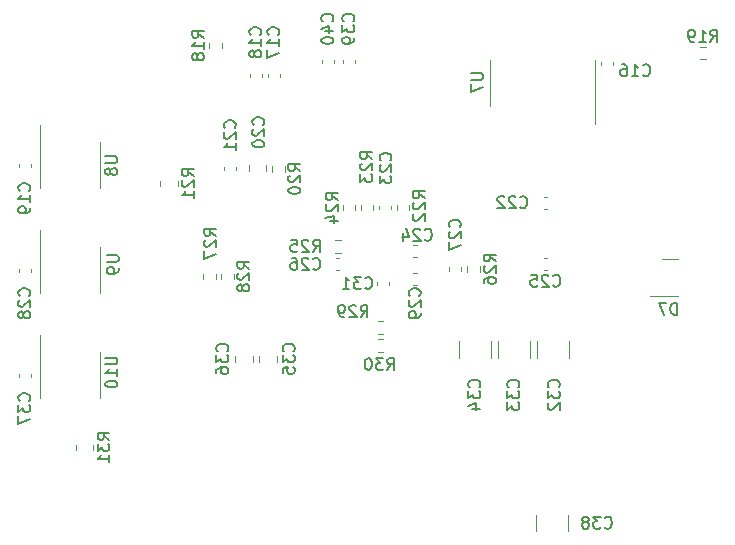
<source format=gbr>
%TF.GenerationSoftware,KiCad,Pcbnew,6.0.9-8da3e8f707~117~ubuntu20.04.1*%
%TF.CreationDate,2022-12-10T16:21:19-08:00*%
%TF.ProjectId,PI-Power-Board,50492d50-6f77-4657-922d-426f6172642e,rev?*%
%TF.SameCoordinates,Original*%
%TF.FileFunction,Legend,Bot*%
%TF.FilePolarity,Positive*%
%FSLAX46Y46*%
G04 Gerber Fmt 4.6, Leading zero omitted, Abs format (unit mm)*
G04 Created by KiCad (PCBNEW 6.0.9-8da3e8f707~117~ubuntu20.04.1) date 2022-12-10 16:21:19*
%MOMM*%
%LPD*%
G01*
G04 APERTURE LIST*
%ADD10C,0.150000*%
%ADD11C,0.120000*%
G04 APERTURE END LIST*
D10*
%TO.C,U9*%
X69175380Y-98425095D02*
X69984904Y-98425095D01*
X70080142Y-98472714D01*
X70127761Y-98520333D01*
X70175380Y-98615571D01*
X70175380Y-98806047D01*
X70127761Y-98901285D01*
X70080142Y-98948904D01*
X69984904Y-98996523D01*
X69175380Y-98996523D01*
X70175380Y-99520333D02*
X70175380Y-99710809D01*
X70127761Y-99806047D01*
X70080142Y-99853666D01*
X69937285Y-99948904D01*
X69746809Y-99996523D01*
X69365857Y-99996523D01*
X69270619Y-99948904D01*
X69223000Y-99901285D01*
X69175380Y-99806047D01*
X69175380Y-99615571D01*
X69223000Y-99520333D01*
X69270619Y-99472714D01*
X69365857Y-99425095D01*
X69603952Y-99425095D01*
X69699190Y-99472714D01*
X69746809Y-99520333D01*
X69794428Y-99615571D01*
X69794428Y-99806047D01*
X69746809Y-99901285D01*
X69699190Y-99948904D01*
X69603952Y-99996523D01*
%TO.C,C32*%
X107418142Y-109593142D02*
X107465761Y-109545523D01*
X107513380Y-109402666D01*
X107513380Y-109307428D01*
X107465761Y-109164571D01*
X107370523Y-109069333D01*
X107275285Y-109021714D01*
X107084809Y-108974095D01*
X106941952Y-108974095D01*
X106751476Y-109021714D01*
X106656238Y-109069333D01*
X106561000Y-109164571D01*
X106513380Y-109307428D01*
X106513380Y-109402666D01*
X106561000Y-109545523D01*
X106608619Y-109593142D01*
X106513380Y-109926476D02*
X106513380Y-110545523D01*
X106894333Y-110212190D01*
X106894333Y-110355047D01*
X106941952Y-110450285D01*
X106989571Y-110497904D01*
X107084809Y-110545523D01*
X107322904Y-110545523D01*
X107418142Y-110497904D01*
X107465761Y-110450285D01*
X107513380Y-110355047D01*
X107513380Y-110069333D01*
X107465761Y-109974095D01*
X107418142Y-109926476D01*
X106608619Y-110926476D02*
X106561000Y-110974095D01*
X106513380Y-111069333D01*
X106513380Y-111307428D01*
X106561000Y-111402666D01*
X106608619Y-111450285D01*
X106703857Y-111497904D01*
X106799095Y-111497904D01*
X106941952Y-111450285D01*
X107513380Y-110878857D01*
X107513380Y-111497904D01*
%TO.C,C23*%
X93168742Y-90390742D02*
X93216361Y-90343123D01*
X93263980Y-90200266D01*
X93263980Y-90105028D01*
X93216361Y-89962171D01*
X93121123Y-89866933D01*
X93025885Y-89819314D01*
X92835409Y-89771695D01*
X92692552Y-89771695D01*
X92502076Y-89819314D01*
X92406838Y-89866933D01*
X92311600Y-89962171D01*
X92263980Y-90105028D01*
X92263980Y-90200266D01*
X92311600Y-90343123D01*
X92359219Y-90390742D01*
X92359219Y-90771695D02*
X92311600Y-90819314D01*
X92263980Y-90914552D01*
X92263980Y-91152647D01*
X92311600Y-91247885D01*
X92359219Y-91295504D01*
X92454457Y-91343123D01*
X92549695Y-91343123D01*
X92692552Y-91295504D01*
X93263980Y-90724076D01*
X93263980Y-91343123D01*
X92263980Y-91676457D02*
X92263980Y-92295504D01*
X92644933Y-91962171D01*
X92644933Y-92105028D01*
X92692552Y-92200266D01*
X92740171Y-92247885D01*
X92835409Y-92295504D01*
X93073504Y-92295504D01*
X93168742Y-92247885D01*
X93216361Y-92200266D01*
X93263980Y-92105028D01*
X93263980Y-91819314D01*
X93216361Y-91724076D01*
X93168742Y-91676457D01*
%TO.C,C38*%
X111310657Y-121464342D02*
X111358276Y-121511961D01*
X111501133Y-121559580D01*
X111596371Y-121559580D01*
X111739228Y-121511961D01*
X111834466Y-121416723D01*
X111882085Y-121321485D01*
X111929704Y-121131009D01*
X111929704Y-120988152D01*
X111882085Y-120797676D01*
X111834466Y-120702438D01*
X111739228Y-120607200D01*
X111596371Y-120559580D01*
X111501133Y-120559580D01*
X111358276Y-120607200D01*
X111310657Y-120654819D01*
X110977323Y-120559580D02*
X110358276Y-120559580D01*
X110691609Y-120940533D01*
X110548752Y-120940533D01*
X110453514Y-120988152D01*
X110405895Y-121035771D01*
X110358276Y-121131009D01*
X110358276Y-121369104D01*
X110405895Y-121464342D01*
X110453514Y-121511961D01*
X110548752Y-121559580D01*
X110834466Y-121559580D01*
X110929704Y-121511961D01*
X110977323Y-121464342D01*
X109786847Y-120988152D02*
X109882085Y-120940533D01*
X109929704Y-120892914D01*
X109977323Y-120797676D01*
X109977323Y-120750057D01*
X109929704Y-120654819D01*
X109882085Y-120607200D01*
X109786847Y-120559580D01*
X109596371Y-120559580D01*
X109501133Y-120607200D01*
X109453514Y-120654819D01*
X109405895Y-120750057D01*
X109405895Y-120797676D01*
X109453514Y-120892914D01*
X109501133Y-120940533D01*
X109596371Y-120988152D01*
X109786847Y-120988152D01*
X109882085Y-121035771D01*
X109929704Y-121083390D01*
X109977323Y-121178628D01*
X109977323Y-121369104D01*
X109929704Y-121464342D01*
X109882085Y-121511961D01*
X109786847Y-121559580D01*
X109596371Y-121559580D01*
X109501133Y-121511961D01*
X109453514Y-121464342D01*
X109405895Y-121369104D01*
X109405895Y-121178628D01*
X109453514Y-121083390D01*
X109501133Y-121035771D01*
X109596371Y-120988152D01*
%TO.C,D7*%
X117451095Y-103449380D02*
X117451095Y-102449380D01*
X117213000Y-102449380D01*
X117070142Y-102497000D01*
X116974904Y-102592238D01*
X116927285Y-102687476D01*
X116879666Y-102877952D01*
X116879666Y-103020809D01*
X116927285Y-103211285D01*
X116974904Y-103306523D01*
X117070142Y-103401761D01*
X117213000Y-103449380D01*
X117451095Y-103449380D01*
X116546333Y-102449380D02*
X115879666Y-102449380D01*
X116308238Y-103449380D01*
%TO.C,C31*%
X91041457Y-101169742D02*
X91089076Y-101217361D01*
X91231933Y-101264980D01*
X91327171Y-101264980D01*
X91470028Y-101217361D01*
X91565266Y-101122123D01*
X91612885Y-101026885D01*
X91660504Y-100836409D01*
X91660504Y-100693552D01*
X91612885Y-100503076D01*
X91565266Y-100407838D01*
X91470028Y-100312600D01*
X91327171Y-100264980D01*
X91231933Y-100264980D01*
X91089076Y-100312600D01*
X91041457Y-100360219D01*
X90708123Y-100264980D02*
X90089076Y-100264980D01*
X90422409Y-100645933D01*
X90279552Y-100645933D01*
X90184314Y-100693552D01*
X90136695Y-100741171D01*
X90089076Y-100836409D01*
X90089076Y-101074504D01*
X90136695Y-101169742D01*
X90184314Y-101217361D01*
X90279552Y-101264980D01*
X90565266Y-101264980D01*
X90660504Y-101217361D01*
X90708123Y-101169742D01*
X89136695Y-101264980D02*
X89708123Y-101264980D01*
X89422409Y-101264980D02*
X89422409Y-100264980D01*
X89517647Y-100407838D01*
X89612885Y-100503076D01*
X89708123Y-100550695D01*
%TO.C,C33*%
X103989142Y-109593142D02*
X104036761Y-109545523D01*
X104084380Y-109402666D01*
X104084380Y-109307428D01*
X104036761Y-109164571D01*
X103941523Y-109069333D01*
X103846285Y-109021714D01*
X103655809Y-108974095D01*
X103512952Y-108974095D01*
X103322476Y-109021714D01*
X103227238Y-109069333D01*
X103132000Y-109164571D01*
X103084380Y-109307428D01*
X103084380Y-109402666D01*
X103132000Y-109545523D01*
X103179619Y-109593142D01*
X103084380Y-109926476D02*
X103084380Y-110545523D01*
X103465333Y-110212190D01*
X103465333Y-110355047D01*
X103512952Y-110450285D01*
X103560571Y-110497904D01*
X103655809Y-110545523D01*
X103893904Y-110545523D01*
X103989142Y-110497904D01*
X104036761Y-110450285D01*
X104084380Y-110355047D01*
X104084380Y-110069333D01*
X104036761Y-109974095D01*
X103989142Y-109926476D01*
X103084380Y-110878857D02*
X103084380Y-111497904D01*
X103465333Y-111164571D01*
X103465333Y-111307428D01*
X103512952Y-111402666D01*
X103560571Y-111450285D01*
X103655809Y-111497904D01*
X103893904Y-111497904D01*
X103989142Y-111450285D01*
X104036761Y-111402666D01*
X104084380Y-111307428D01*
X104084380Y-111021714D01*
X104036761Y-110926476D01*
X103989142Y-110878857D01*
%TO.C,R18*%
X77381380Y-80002142D02*
X76905190Y-79668809D01*
X77381380Y-79430714D02*
X76381380Y-79430714D01*
X76381380Y-79811666D01*
X76429000Y-79906904D01*
X76476619Y-79954523D01*
X76571857Y-80002142D01*
X76714714Y-80002142D01*
X76809952Y-79954523D01*
X76857571Y-79906904D01*
X76905190Y-79811666D01*
X76905190Y-79430714D01*
X77381380Y-80954523D02*
X77381380Y-80383095D01*
X77381380Y-80668809D02*
X76381380Y-80668809D01*
X76524238Y-80573571D01*
X76619476Y-80478333D01*
X76667095Y-80383095D01*
X76809952Y-81525952D02*
X76762333Y-81430714D01*
X76714714Y-81383095D01*
X76619476Y-81335476D01*
X76571857Y-81335476D01*
X76476619Y-81383095D01*
X76429000Y-81430714D01*
X76381380Y-81525952D01*
X76381380Y-81716428D01*
X76429000Y-81811666D01*
X76476619Y-81859285D01*
X76571857Y-81906904D01*
X76619476Y-81906904D01*
X76714714Y-81859285D01*
X76762333Y-81811666D01*
X76809952Y-81716428D01*
X76809952Y-81525952D01*
X76857571Y-81430714D01*
X76905190Y-81383095D01*
X77000428Y-81335476D01*
X77190904Y-81335476D01*
X77286142Y-81383095D01*
X77333761Y-81430714D01*
X77381380Y-81525952D01*
X77381380Y-81716428D01*
X77333761Y-81811666D01*
X77286142Y-81859285D01*
X77190904Y-81906904D01*
X77000428Y-81906904D01*
X76905190Y-81859285D01*
X76857571Y-81811666D01*
X76809952Y-81716428D01*
%TO.C,R22*%
X96083380Y-93591142D02*
X95607190Y-93257809D01*
X96083380Y-93019714D02*
X95083380Y-93019714D01*
X95083380Y-93400666D01*
X95131000Y-93495904D01*
X95178619Y-93543523D01*
X95273857Y-93591142D01*
X95416714Y-93591142D01*
X95511952Y-93543523D01*
X95559571Y-93495904D01*
X95607190Y-93400666D01*
X95607190Y-93019714D01*
X95178619Y-93972095D02*
X95131000Y-94019714D01*
X95083380Y-94114952D01*
X95083380Y-94353047D01*
X95131000Y-94448285D01*
X95178619Y-94495904D01*
X95273857Y-94543523D01*
X95369095Y-94543523D01*
X95511952Y-94495904D01*
X96083380Y-93924476D01*
X96083380Y-94543523D01*
X95178619Y-94924476D02*
X95131000Y-94972095D01*
X95083380Y-95067333D01*
X95083380Y-95305428D01*
X95131000Y-95400666D01*
X95178619Y-95448285D01*
X95273857Y-95495904D01*
X95369095Y-95495904D01*
X95511952Y-95448285D01*
X96083380Y-94876857D01*
X96083380Y-95495904D01*
%TO.C,C20*%
X82399142Y-87368142D02*
X82446761Y-87320523D01*
X82494380Y-87177666D01*
X82494380Y-87082428D01*
X82446761Y-86939571D01*
X82351523Y-86844333D01*
X82256285Y-86796714D01*
X82065809Y-86749095D01*
X81922952Y-86749095D01*
X81732476Y-86796714D01*
X81637238Y-86844333D01*
X81542000Y-86939571D01*
X81494380Y-87082428D01*
X81494380Y-87177666D01*
X81542000Y-87320523D01*
X81589619Y-87368142D01*
X81589619Y-87749095D02*
X81542000Y-87796714D01*
X81494380Y-87891952D01*
X81494380Y-88130047D01*
X81542000Y-88225285D01*
X81589619Y-88272904D01*
X81684857Y-88320523D01*
X81780095Y-88320523D01*
X81922952Y-88272904D01*
X82494380Y-87701476D01*
X82494380Y-88320523D01*
X81494380Y-88939571D02*
X81494380Y-89034809D01*
X81542000Y-89130047D01*
X81589619Y-89177666D01*
X81684857Y-89225285D01*
X81875333Y-89272904D01*
X82113428Y-89272904D01*
X82303904Y-89225285D01*
X82399142Y-89177666D01*
X82446761Y-89130047D01*
X82494380Y-89034809D01*
X82494380Y-88939571D01*
X82446761Y-88844333D01*
X82399142Y-88796714D01*
X82303904Y-88749095D01*
X82113428Y-88701476D01*
X81875333Y-88701476D01*
X81684857Y-88749095D01*
X81589619Y-88796714D01*
X81542000Y-88844333D01*
X81494380Y-88939571D01*
%TO.C,C17*%
X83669142Y-79748142D02*
X83716761Y-79700523D01*
X83764380Y-79557666D01*
X83764380Y-79462428D01*
X83716761Y-79319571D01*
X83621523Y-79224333D01*
X83526285Y-79176714D01*
X83335809Y-79129095D01*
X83192952Y-79129095D01*
X83002476Y-79176714D01*
X82907238Y-79224333D01*
X82812000Y-79319571D01*
X82764380Y-79462428D01*
X82764380Y-79557666D01*
X82812000Y-79700523D01*
X82859619Y-79748142D01*
X83764380Y-80700523D02*
X83764380Y-80129095D01*
X83764380Y-80414809D02*
X82764380Y-80414809D01*
X82907238Y-80319571D01*
X83002476Y-80224333D01*
X83050095Y-80129095D01*
X82764380Y-81033857D02*
X82764380Y-81700523D01*
X83764380Y-81271952D01*
%TO.C,C26*%
X86621857Y-99544142D02*
X86669476Y-99591761D01*
X86812333Y-99639380D01*
X86907571Y-99639380D01*
X87050428Y-99591761D01*
X87145666Y-99496523D01*
X87193285Y-99401285D01*
X87240904Y-99210809D01*
X87240904Y-99067952D01*
X87193285Y-98877476D01*
X87145666Y-98782238D01*
X87050428Y-98687000D01*
X86907571Y-98639380D01*
X86812333Y-98639380D01*
X86669476Y-98687000D01*
X86621857Y-98734619D01*
X86240904Y-98734619D02*
X86193285Y-98687000D01*
X86098047Y-98639380D01*
X85859952Y-98639380D01*
X85764714Y-98687000D01*
X85717095Y-98734619D01*
X85669476Y-98829857D01*
X85669476Y-98925095D01*
X85717095Y-99067952D01*
X86288523Y-99639380D01*
X85669476Y-99639380D01*
X84812333Y-98639380D02*
X85002809Y-98639380D01*
X85098047Y-98687000D01*
X85145666Y-98734619D01*
X85240904Y-98877476D01*
X85288523Y-99067952D01*
X85288523Y-99448904D01*
X85240904Y-99544142D01*
X85193285Y-99591761D01*
X85098047Y-99639380D01*
X84907571Y-99639380D01*
X84812333Y-99591761D01*
X84764714Y-99544142D01*
X84717095Y-99448904D01*
X84717095Y-99210809D01*
X84764714Y-99115571D01*
X84812333Y-99067952D01*
X84907571Y-99020333D01*
X85098047Y-99020333D01*
X85193285Y-99067952D01*
X85240904Y-99115571D01*
X85288523Y-99210809D01*
%TO.C,C40*%
X88241142Y-78605142D02*
X88288761Y-78557523D01*
X88336380Y-78414666D01*
X88336380Y-78319428D01*
X88288761Y-78176571D01*
X88193523Y-78081333D01*
X88098285Y-78033714D01*
X87907809Y-77986095D01*
X87764952Y-77986095D01*
X87574476Y-78033714D01*
X87479238Y-78081333D01*
X87384000Y-78176571D01*
X87336380Y-78319428D01*
X87336380Y-78414666D01*
X87384000Y-78557523D01*
X87431619Y-78605142D01*
X87669714Y-79462285D02*
X88336380Y-79462285D01*
X87288761Y-79224190D02*
X88003047Y-78986095D01*
X88003047Y-79605142D01*
X87336380Y-80176571D02*
X87336380Y-80271809D01*
X87384000Y-80367047D01*
X87431619Y-80414666D01*
X87526857Y-80462285D01*
X87717333Y-80509904D01*
X87955428Y-80509904D01*
X88145904Y-80462285D01*
X88241142Y-80414666D01*
X88288761Y-80367047D01*
X88336380Y-80271809D01*
X88336380Y-80176571D01*
X88288761Y-80081333D01*
X88241142Y-80033714D01*
X88145904Y-79986095D01*
X87955428Y-79938476D01*
X87717333Y-79938476D01*
X87526857Y-79986095D01*
X87431619Y-80033714D01*
X87384000Y-80081333D01*
X87336380Y-80176571D01*
%TO.C,U8*%
X69048380Y-90043095D02*
X69857904Y-90043095D01*
X69953142Y-90090714D01*
X70000761Y-90138333D01*
X70048380Y-90233571D01*
X70048380Y-90424047D01*
X70000761Y-90519285D01*
X69953142Y-90566904D01*
X69857904Y-90614523D01*
X69048380Y-90614523D01*
X69476952Y-91233571D02*
X69429333Y-91138333D01*
X69381714Y-91090714D01*
X69286476Y-91043095D01*
X69238857Y-91043095D01*
X69143619Y-91090714D01*
X69096000Y-91138333D01*
X69048380Y-91233571D01*
X69048380Y-91424047D01*
X69096000Y-91519285D01*
X69143619Y-91566904D01*
X69238857Y-91614523D01*
X69286476Y-91614523D01*
X69381714Y-91566904D01*
X69429333Y-91519285D01*
X69476952Y-91424047D01*
X69476952Y-91233571D01*
X69524571Y-91138333D01*
X69572190Y-91090714D01*
X69667428Y-91043095D01*
X69857904Y-91043095D01*
X69953142Y-91090714D01*
X70000761Y-91138333D01*
X70048380Y-91233571D01*
X70048380Y-91424047D01*
X70000761Y-91519285D01*
X69953142Y-91566904D01*
X69857904Y-91614523D01*
X69667428Y-91614523D01*
X69572190Y-91566904D01*
X69524571Y-91519285D01*
X69476952Y-91424047D01*
%TO.C,C39*%
X90019142Y-78605142D02*
X90066761Y-78557523D01*
X90114380Y-78414666D01*
X90114380Y-78319428D01*
X90066761Y-78176571D01*
X89971523Y-78081333D01*
X89876285Y-78033714D01*
X89685809Y-77986095D01*
X89542952Y-77986095D01*
X89352476Y-78033714D01*
X89257238Y-78081333D01*
X89162000Y-78176571D01*
X89114380Y-78319428D01*
X89114380Y-78414666D01*
X89162000Y-78557523D01*
X89209619Y-78605142D01*
X89114380Y-78938476D02*
X89114380Y-79557523D01*
X89495333Y-79224190D01*
X89495333Y-79367047D01*
X89542952Y-79462285D01*
X89590571Y-79509904D01*
X89685809Y-79557523D01*
X89923904Y-79557523D01*
X90019142Y-79509904D01*
X90066761Y-79462285D01*
X90114380Y-79367047D01*
X90114380Y-79081333D01*
X90066761Y-78986095D01*
X90019142Y-78938476D01*
X90114380Y-80033714D02*
X90114380Y-80224190D01*
X90066761Y-80319428D01*
X90019142Y-80367047D01*
X89876285Y-80462285D01*
X89685809Y-80509904D01*
X89304857Y-80509904D01*
X89209619Y-80462285D01*
X89162000Y-80414666D01*
X89114380Y-80319428D01*
X89114380Y-80128952D01*
X89162000Y-80033714D01*
X89209619Y-79986095D01*
X89304857Y-79938476D01*
X89542952Y-79938476D01*
X89638190Y-79986095D01*
X89685809Y-80033714D01*
X89733428Y-80128952D01*
X89733428Y-80319428D01*
X89685809Y-80414666D01*
X89638190Y-80462285D01*
X89542952Y-80509904D01*
%TO.C,C35*%
X84964542Y-106545142D02*
X85012161Y-106497523D01*
X85059780Y-106354666D01*
X85059780Y-106259428D01*
X85012161Y-106116571D01*
X84916923Y-106021333D01*
X84821685Y-105973714D01*
X84631209Y-105926095D01*
X84488352Y-105926095D01*
X84297876Y-105973714D01*
X84202638Y-106021333D01*
X84107400Y-106116571D01*
X84059780Y-106259428D01*
X84059780Y-106354666D01*
X84107400Y-106497523D01*
X84155019Y-106545142D01*
X84059780Y-106878476D02*
X84059780Y-107497523D01*
X84440733Y-107164190D01*
X84440733Y-107307047D01*
X84488352Y-107402285D01*
X84535971Y-107449904D01*
X84631209Y-107497523D01*
X84869304Y-107497523D01*
X84964542Y-107449904D01*
X85012161Y-107402285D01*
X85059780Y-107307047D01*
X85059780Y-107021333D01*
X85012161Y-106926095D01*
X84964542Y-106878476D01*
X84059780Y-108402285D02*
X84059780Y-107926095D01*
X84535971Y-107878476D01*
X84488352Y-107926095D01*
X84440733Y-108021333D01*
X84440733Y-108259428D01*
X84488352Y-108354666D01*
X84535971Y-108402285D01*
X84631209Y-108449904D01*
X84869304Y-108449904D01*
X84964542Y-108402285D01*
X85012161Y-108354666D01*
X85059780Y-108259428D01*
X85059780Y-108021333D01*
X85012161Y-107926095D01*
X84964542Y-107878476D01*
%TO.C,C24*%
X96070657Y-97080342D02*
X96118276Y-97127961D01*
X96261133Y-97175580D01*
X96356371Y-97175580D01*
X96499228Y-97127961D01*
X96594466Y-97032723D01*
X96642085Y-96937485D01*
X96689704Y-96747009D01*
X96689704Y-96604152D01*
X96642085Y-96413676D01*
X96594466Y-96318438D01*
X96499228Y-96223200D01*
X96356371Y-96175580D01*
X96261133Y-96175580D01*
X96118276Y-96223200D01*
X96070657Y-96270819D01*
X95689704Y-96270819D02*
X95642085Y-96223200D01*
X95546847Y-96175580D01*
X95308752Y-96175580D01*
X95213514Y-96223200D01*
X95165895Y-96270819D01*
X95118276Y-96366057D01*
X95118276Y-96461295D01*
X95165895Y-96604152D01*
X95737323Y-97175580D01*
X95118276Y-97175580D01*
X94261133Y-96508914D02*
X94261133Y-97175580D01*
X94499228Y-96127961D02*
X94737323Y-96842247D01*
X94118276Y-96842247D01*
%TO.C,C22*%
X104147857Y-94337142D02*
X104195476Y-94384761D01*
X104338333Y-94432380D01*
X104433571Y-94432380D01*
X104576428Y-94384761D01*
X104671666Y-94289523D01*
X104719285Y-94194285D01*
X104766904Y-94003809D01*
X104766904Y-93860952D01*
X104719285Y-93670476D01*
X104671666Y-93575238D01*
X104576428Y-93480000D01*
X104433571Y-93432380D01*
X104338333Y-93432380D01*
X104195476Y-93480000D01*
X104147857Y-93527619D01*
X103766904Y-93527619D02*
X103719285Y-93480000D01*
X103624047Y-93432380D01*
X103385952Y-93432380D01*
X103290714Y-93480000D01*
X103243095Y-93527619D01*
X103195476Y-93622857D01*
X103195476Y-93718095D01*
X103243095Y-93860952D01*
X103814523Y-94432380D01*
X103195476Y-94432380D01*
X102814523Y-93527619D02*
X102766904Y-93480000D01*
X102671666Y-93432380D01*
X102433571Y-93432380D01*
X102338333Y-93480000D01*
X102290714Y-93527619D01*
X102243095Y-93622857D01*
X102243095Y-93718095D01*
X102290714Y-93860952D01*
X102862142Y-94432380D01*
X102243095Y-94432380D01*
%TO.C,R19*%
X120276857Y-80335380D02*
X120610190Y-79859190D01*
X120848285Y-80335380D02*
X120848285Y-79335380D01*
X120467333Y-79335380D01*
X120372095Y-79383000D01*
X120324476Y-79430619D01*
X120276857Y-79525857D01*
X120276857Y-79668714D01*
X120324476Y-79763952D01*
X120372095Y-79811571D01*
X120467333Y-79859190D01*
X120848285Y-79859190D01*
X119324476Y-80335380D02*
X119895904Y-80335380D01*
X119610190Y-80335380D02*
X119610190Y-79335380D01*
X119705428Y-79478238D01*
X119800666Y-79573476D01*
X119895904Y-79621095D01*
X118848285Y-80335380D02*
X118657809Y-80335380D01*
X118562571Y-80287761D01*
X118514952Y-80240142D01*
X118419714Y-80097285D01*
X118372095Y-79906809D01*
X118372095Y-79525857D01*
X118419714Y-79430619D01*
X118467333Y-79383000D01*
X118562571Y-79335380D01*
X118753047Y-79335380D01*
X118848285Y-79383000D01*
X118895904Y-79430619D01*
X118943523Y-79525857D01*
X118943523Y-79763952D01*
X118895904Y-79859190D01*
X118848285Y-79906809D01*
X118753047Y-79954428D01*
X118562571Y-79954428D01*
X118467333Y-79906809D01*
X118419714Y-79859190D01*
X118372095Y-79763952D01*
%TO.C,C27*%
X99036142Y-96029542D02*
X99083761Y-95981923D01*
X99131380Y-95839066D01*
X99131380Y-95743828D01*
X99083761Y-95600971D01*
X98988523Y-95505733D01*
X98893285Y-95458114D01*
X98702809Y-95410495D01*
X98559952Y-95410495D01*
X98369476Y-95458114D01*
X98274238Y-95505733D01*
X98179000Y-95600971D01*
X98131380Y-95743828D01*
X98131380Y-95839066D01*
X98179000Y-95981923D01*
X98226619Y-96029542D01*
X98226619Y-96410495D02*
X98179000Y-96458114D01*
X98131380Y-96553352D01*
X98131380Y-96791447D01*
X98179000Y-96886685D01*
X98226619Y-96934304D01*
X98321857Y-96981923D01*
X98417095Y-96981923D01*
X98559952Y-96934304D01*
X99131380Y-96362876D01*
X99131380Y-96981923D01*
X98131380Y-97315257D02*
X98131380Y-97981923D01*
X99131380Y-97553352D01*
%TO.C,C29*%
X95632542Y-101846142D02*
X95680161Y-101798523D01*
X95727780Y-101655666D01*
X95727780Y-101560428D01*
X95680161Y-101417571D01*
X95584923Y-101322333D01*
X95489685Y-101274714D01*
X95299209Y-101227095D01*
X95156352Y-101227095D01*
X94965876Y-101274714D01*
X94870638Y-101322333D01*
X94775400Y-101417571D01*
X94727780Y-101560428D01*
X94727780Y-101655666D01*
X94775400Y-101798523D01*
X94823019Y-101846142D01*
X94823019Y-102227095D02*
X94775400Y-102274714D01*
X94727780Y-102369952D01*
X94727780Y-102608047D01*
X94775400Y-102703285D01*
X94823019Y-102750904D01*
X94918257Y-102798523D01*
X95013495Y-102798523D01*
X95156352Y-102750904D01*
X95727780Y-102179476D01*
X95727780Y-102798523D01*
X95727780Y-103274714D02*
X95727780Y-103465190D01*
X95680161Y-103560428D01*
X95632542Y-103608047D01*
X95489685Y-103703285D01*
X95299209Y-103750904D01*
X94918257Y-103750904D01*
X94823019Y-103703285D01*
X94775400Y-103655666D01*
X94727780Y-103560428D01*
X94727780Y-103369952D01*
X94775400Y-103274714D01*
X94823019Y-103227095D01*
X94918257Y-103179476D01*
X95156352Y-103179476D01*
X95251590Y-103227095D01*
X95299209Y-103274714D01*
X95346828Y-103369952D01*
X95346828Y-103560428D01*
X95299209Y-103655666D01*
X95251590Y-103703285D01*
X95156352Y-103750904D01*
%TO.C,R24*%
X88717380Y-93731142D02*
X88241190Y-93397809D01*
X88717380Y-93159714D02*
X87717380Y-93159714D01*
X87717380Y-93540666D01*
X87765000Y-93635904D01*
X87812619Y-93683523D01*
X87907857Y-93731142D01*
X88050714Y-93731142D01*
X88145952Y-93683523D01*
X88193571Y-93635904D01*
X88241190Y-93540666D01*
X88241190Y-93159714D01*
X87812619Y-94112095D02*
X87765000Y-94159714D01*
X87717380Y-94254952D01*
X87717380Y-94493047D01*
X87765000Y-94588285D01*
X87812619Y-94635904D01*
X87907857Y-94683523D01*
X88003095Y-94683523D01*
X88145952Y-94635904D01*
X88717380Y-94064476D01*
X88717380Y-94683523D01*
X88050714Y-95540666D02*
X88717380Y-95540666D01*
X87669761Y-95302571D02*
X88384047Y-95064476D01*
X88384047Y-95683523D01*
%TO.C,C28*%
X62587142Y-101846142D02*
X62634761Y-101798523D01*
X62682380Y-101655666D01*
X62682380Y-101560428D01*
X62634761Y-101417571D01*
X62539523Y-101322333D01*
X62444285Y-101274714D01*
X62253809Y-101227095D01*
X62110952Y-101227095D01*
X61920476Y-101274714D01*
X61825238Y-101322333D01*
X61730000Y-101417571D01*
X61682380Y-101560428D01*
X61682380Y-101655666D01*
X61730000Y-101798523D01*
X61777619Y-101846142D01*
X61777619Y-102227095D02*
X61730000Y-102274714D01*
X61682380Y-102369952D01*
X61682380Y-102608047D01*
X61730000Y-102703285D01*
X61777619Y-102750904D01*
X61872857Y-102798523D01*
X61968095Y-102798523D01*
X62110952Y-102750904D01*
X62682380Y-102179476D01*
X62682380Y-102798523D01*
X62110952Y-103369952D02*
X62063333Y-103274714D01*
X62015714Y-103227095D01*
X61920476Y-103179476D01*
X61872857Y-103179476D01*
X61777619Y-103227095D01*
X61730000Y-103274714D01*
X61682380Y-103369952D01*
X61682380Y-103560428D01*
X61730000Y-103655666D01*
X61777619Y-103703285D01*
X61872857Y-103750904D01*
X61920476Y-103750904D01*
X62015714Y-103703285D01*
X62063333Y-103655666D01*
X62110952Y-103560428D01*
X62110952Y-103369952D01*
X62158571Y-103274714D01*
X62206190Y-103227095D01*
X62301428Y-103179476D01*
X62491904Y-103179476D01*
X62587142Y-103227095D01*
X62634761Y-103274714D01*
X62682380Y-103369952D01*
X62682380Y-103560428D01*
X62634761Y-103655666D01*
X62587142Y-103703285D01*
X62491904Y-103750904D01*
X62301428Y-103750904D01*
X62206190Y-103703285D01*
X62158571Y-103655666D01*
X62110952Y-103560428D01*
%TO.C,C16*%
X114561857Y-83161142D02*
X114609476Y-83208761D01*
X114752333Y-83256380D01*
X114847571Y-83256380D01*
X114990428Y-83208761D01*
X115085666Y-83113523D01*
X115133285Y-83018285D01*
X115180904Y-82827809D01*
X115180904Y-82684952D01*
X115133285Y-82494476D01*
X115085666Y-82399238D01*
X114990428Y-82304000D01*
X114847571Y-82256380D01*
X114752333Y-82256380D01*
X114609476Y-82304000D01*
X114561857Y-82351619D01*
X113609476Y-83256380D02*
X114180904Y-83256380D01*
X113895190Y-83256380D02*
X113895190Y-82256380D01*
X113990428Y-82399238D01*
X114085666Y-82494476D01*
X114180904Y-82542095D01*
X112752333Y-82256380D02*
X112942809Y-82256380D01*
X113038047Y-82304000D01*
X113085666Y-82351619D01*
X113180904Y-82494476D01*
X113228523Y-82684952D01*
X113228523Y-83065904D01*
X113180904Y-83161142D01*
X113133285Y-83208761D01*
X113038047Y-83256380D01*
X112847571Y-83256380D01*
X112752333Y-83208761D01*
X112704714Y-83161142D01*
X112657095Y-83065904D01*
X112657095Y-82827809D01*
X112704714Y-82732571D01*
X112752333Y-82684952D01*
X112847571Y-82637333D01*
X113038047Y-82637333D01*
X113133285Y-82684952D01*
X113180904Y-82732571D01*
X113228523Y-82827809D01*
%TO.C,C37*%
X62587142Y-110736142D02*
X62634761Y-110688523D01*
X62682380Y-110545666D01*
X62682380Y-110450428D01*
X62634761Y-110307571D01*
X62539523Y-110212333D01*
X62444285Y-110164714D01*
X62253809Y-110117095D01*
X62110952Y-110117095D01*
X61920476Y-110164714D01*
X61825238Y-110212333D01*
X61730000Y-110307571D01*
X61682380Y-110450428D01*
X61682380Y-110545666D01*
X61730000Y-110688523D01*
X61777619Y-110736142D01*
X61682380Y-111069476D02*
X61682380Y-111688523D01*
X62063333Y-111355190D01*
X62063333Y-111498047D01*
X62110952Y-111593285D01*
X62158571Y-111640904D01*
X62253809Y-111688523D01*
X62491904Y-111688523D01*
X62587142Y-111640904D01*
X62634761Y-111593285D01*
X62682380Y-111498047D01*
X62682380Y-111212333D01*
X62634761Y-111117095D01*
X62587142Y-111069476D01*
X61682380Y-112021857D02*
X61682380Y-112688523D01*
X62682380Y-112259952D01*
%TO.C,R28*%
X81224380Y-99560142D02*
X80748190Y-99226809D01*
X81224380Y-98988714D02*
X80224380Y-98988714D01*
X80224380Y-99369666D01*
X80272000Y-99464904D01*
X80319619Y-99512523D01*
X80414857Y-99560142D01*
X80557714Y-99560142D01*
X80652952Y-99512523D01*
X80700571Y-99464904D01*
X80748190Y-99369666D01*
X80748190Y-98988714D01*
X80319619Y-99941095D02*
X80272000Y-99988714D01*
X80224380Y-100083952D01*
X80224380Y-100322047D01*
X80272000Y-100417285D01*
X80319619Y-100464904D01*
X80414857Y-100512523D01*
X80510095Y-100512523D01*
X80652952Y-100464904D01*
X81224380Y-99893476D01*
X81224380Y-100512523D01*
X80652952Y-101083952D02*
X80605333Y-100988714D01*
X80557714Y-100941095D01*
X80462476Y-100893476D01*
X80414857Y-100893476D01*
X80319619Y-100941095D01*
X80272000Y-100988714D01*
X80224380Y-101083952D01*
X80224380Y-101274428D01*
X80272000Y-101369666D01*
X80319619Y-101417285D01*
X80414857Y-101464904D01*
X80462476Y-101464904D01*
X80557714Y-101417285D01*
X80605333Y-101369666D01*
X80652952Y-101274428D01*
X80652952Y-101083952D01*
X80700571Y-100988714D01*
X80748190Y-100941095D01*
X80843428Y-100893476D01*
X81033904Y-100893476D01*
X81129142Y-100941095D01*
X81176761Y-100988714D01*
X81224380Y-101083952D01*
X81224380Y-101274428D01*
X81176761Y-101369666D01*
X81129142Y-101417285D01*
X81033904Y-101464904D01*
X80843428Y-101464904D01*
X80748190Y-101417285D01*
X80700571Y-101369666D01*
X80652952Y-101274428D01*
%TO.C,C21*%
X79986142Y-87622142D02*
X80033761Y-87574523D01*
X80081380Y-87431666D01*
X80081380Y-87336428D01*
X80033761Y-87193571D01*
X79938523Y-87098333D01*
X79843285Y-87050714D01*
X79652809Y-87003095D01*
X79509952Y-87003095D01*
X79319476Y-87050714D01*
X79224238Y-87098333D01*
X79129000Y-87193571D01*
X79081380Y-87336428D01*
X79081380Y-87431666D01*
X79129000Y-87574523D01*
X79176619Y-87622142D01*
X79176619Y-88003095D02*
X79129000Y-88050714D01*
X79081380Y-88145952D01*
X79081380Y-88384047D01*
X79129000Y-88479285D01*
X79176619Y-88526904D01*
X79271857Y-88574523D01*
X79367095Y-88574523D01*
X79509952Y-88526904D01*
X80081380Y-87955476D01*
X80081380Y-88574523D01*
X80081380Y-89526904D02*
X80081380Y-88955476D01*
X80081380Y-89241190D02*
X79081380Y-89241190D01*
X79224238Y-89145952D01*
X79319476Y-89050714D01*
X79367095Y-88955476D01*
%TO.C,C36*%
X79351142Y-106545142D02*
X79398761Y-106497523D01*
X79446380Y-106354666D01*
X79446380Y-106259428D01*
X79398761Y-106116571D01*
X79303523Y-106021333D01*
X79208285Y-105973714D01*
X79017809Y-105926095D01*
X78874952Y-105926095D01*
X78684476Y-105973714D01*
X78589238Y-106021333D01*
X78494000Y-106116571D01*
X78446380Y-106259428D01*
X78446380Y-106354666D01*
X78494000Y-106497523D01*
X78541619Y-106545142D01*
X78446380Y-106878476D02*
X78446380Y-107497523D01*
X78827333Y-107164190D01*
X78827333Y-107307047D01*
X78874952Y-107402285D01*
X78922571Y-107449904D01*
X79017809Y-107497523D01*
X79255904Y-107497523D01*
X79351142Y-107449904D01*
X79398761Y-107402285D01*
X79446380Y-107307047D01*
X79446380Y-107021333D01*
X79398761Y-106926095D01*
X79351142Y-106878476D01*
X78446380Y-108354666D02*
X78446380Y-108164190D01*
X78494000Y-108068952D01*
X78541619Y-108021333D01*
X78684476Y-107926095D01*
X78874952Y-107878476D01*
X79255904Y-107878476D01*
X79351142Y-107926095D01*
X79398761Y-107973714D01*
X79446380Y-108068952D01*
X79446380Y-108259428D01*
X79398761Y-108354666D01*
X79351142Y-108402285D01*
X79255904Y-108449904D01*
X79017809Y-108449904D01*
X78922571Y-108402285D01*
X78874952Y-108354666D01*
X78827333Y-108259428D01*
X78827333Y-108068952D01*
X78874952Y-107973714D01*
X78922571Y-107926095D01*
X79017809Y-107878476D01*
%TO.C,R25*%
X86621857Y-98115380D02*
X86955190Y-97639190D01*
X87193285Y-98115380D02*
X87193285Y-97115380D01*
X86812333Y-97115380D01*
X86717095Y-97163000D01*
X86669476Y-97210619D01*
X86621857Y-97305857D01*
X86621857Y-97448714D01*
X86669476Y-97543952D01*
X86717095Y-97591571D01*
X86812333Y-97639190D01*
X87193285Y-97639190D01*
X86240904Y-97210619D02*
X86193285Y-97163000D01*
X86098047Y-97115380D01*
X85859952Y-97115380D01*
X85764714Y-97163000D01*
X85717095Y-97210619D01*
X85669476Y-97305857D01*
X85669476Y-97401095D01*
X85717095Y-97543952D01*
X86288523Y-98115380D01*
X85669476Y-98115380D01*
X84764714Y-97115380D02*
X85240904Y-97115380D01*
X85288523Y-97591571D01*
X85240904Y-97543952D01*
X85145666Y-97496333D01*
X84907571Y-97496333D01*
X84812333Y-97543952D01*
X84764714Y-97591571D01*
X84717095Y-97686809D01*
X84717095Y-97924904D01*
X84764714Y-98020142D01*
X84812333Y-98067761D01*
X84907571Y-98115380D01*
X85145666Y-98115380D01*
X85240904Y-98067761D01*
X85288523Y-98020142D01*
%TO.C,R26*%
X102085380Y-98938142D02*
X101609190Y-98604809D01*
X102085380Y-98366714D02*
X101085380Y-98366714D01*
X101085380Y-98747666D01*
X101133000Y-98842904D01*
X101180619Y-98890523D01*
X101275857Y-98938142D01*
X101418714Y-98938142D01*
X101513952Y-98890523D01*
X101561571Y-98842904D01*
X101609190Y-98747666D01*
X101609190Y-98366714D01*
X101180619Y-99319095D02*
X101133000Y-99366714D01*
X101085380Y-99461952D01*
X101085380Y-99700047D01*
X101133000Y-99795285D01*
X101180619Y-99842904D01*
X101275857Y-99890523D01*
X101371095Y-99890523D01*
X101513952Y-99842904D01*
X102085380Y-99271476D01*
X102085380Y-99890523D01*
X101085380Y-100747666D02*
X101085380Y-100557190D01*
X101133000Y-100461952D01*
X101180619Y-100414333D01*
X101323476Y-100319095D01*
X101513952Y-100271476D01*
X101894904Y-100271476D01*
X101990142Y-100319095D01*
X102037761Y-100366714D01*
X102085380Y-100461952D01*
X102085380Y-100652428D01*
X102037761Y-100747666D01*
X101990142Y-100795285D01*
X101894904Y-100842904D01*
X101656809Y-100842904D01*
X101561571Y-100795285D01*
X101513952Y-100747666D01*
X101466333Y-100652428D01*
X101466333Y-100461952D01*
X101513952Y-100366714D01*
X101561571Y-100319095D01*
X101656809Y-100271476D01*
%TO.C,R27*%
X78397380Y-96766142D02*
X77921190Y-96432809D01*
X78397380Y-96194714D02*
X77397380Y-96194714D01*
X77397380Y-96575666D01*
X77445000Y-96670904D01*
X77492619Y-96718523D01*
X77587857Y-96766142D01*
X77730714Y-96766142D01*
X77825952Y-96718523D01*
X77873571Y-96670904D01*
X77921190Y-96575666D01*
X77921190Y-96194714D01*
X77492619Y-97147095D02*
X77445000Y-97194714D01*
X77397380Y-97289952D01*
X77397380Y-97528047D01*
X77445000Y-97623285D01*
X77492619Y-97670904D01*
X77587857Y-97718523D01*
X77683095Y-97718523D01*
X77825952Y-97670904D01*
X78397380Y-97099476D01*
X78397380Y-97718523D01*
X77397380Y-98051857D02*
X77397380Y-98718523D01*
X78397380Y-98289952D01*
%TO.C,C18*%
X82145142Y-79748142D02*
X82192761Y-79700523D01*
X82240380Y-79557666D01*
X82240380Y-79462428D01*
X82192761Y-79319571D01*
X82097523Y-79224333D01*
X82002285Y-79176714D01*
X81811809Y-79129095D01*
X81668952Y-79129095D01*
X81478476Y-79176714D01*
X81383238Y-79224333D01*
X81288000Y-79319571D01*
X81240380Y-79462428D01*
X81240380Y-79557666D01*
X81288000Y-79700523D01*
X81335619Y-79748142D01*
X82240380Y-80700523D02*
X82240380Y-80129095D01*
X82240380Y-80414809D02*
X81240380Y-80414809D01*
X81383238Y-80319571D01*
X81478476Y-80224333D01*
X81526095Y-80129095D01*
X81668952Y-81271952D02*
X81621333Y-81176714D01*
X81573714Y-81129095D01*
X81478476Y-81081476D01*
X81430857Y-81081476D01*
X81335619Y-81129095D01*
X81288000Y-81176714D01*
X81240380Y-81271952D01*
X81240380Y-81462428D01*
X81288000Y-81557666D01*
X81335619Y-81605285D01*
X81430857Y-81652904D01*
X81478476Y-81652904D01*
X81573714Y-81605285D01*
X81621333Y-81557666D01*
X81668952Y-81462428D01*
X81668952Y-81271952D01*
X81716571Y-81176714D01*
X81764190Y-81129095D01*
X81859428Y-81081476D01*
X82049904Y-81081476D01*
X82145142Y-81129095D01*
X82192761Y-81176714D01*
X82240380Y-81271952D01*
X82240380Y-81462428D01*
X82192761Y-81557666D01*
X82145142Y-81605285D01*
X82049904Y-81652904D01*
X81859428Y-81652904D01*
X81764190Y-81605285D01*
X81716571Y-81557666D01*
X81668952Y-81462428D01*
%TO.C,R30*%
X92921057Y-108122980D02*
X93254390Y-107646790D01*
X93492485Y-108122980D02*
X93492485Y-107122980D01*
X93111533Y-107122980D01*
X93016295Y-107170600D01*
X92968676Y-107218219D01*
X92921057Y-107313457D01*
X92921057Y-107456314D01*
X92968676Y-107551552D01*
X93016295Y-107599171D01*
X93111533Y-107646790D01*
X93492485Y-107646790D01*
X92587723Y-107122980D02*
X91968676Y-107122980D01*
X92302009Y-107503933D01*
X92159152Y-107503933D01*
X92063914Y-107551552D01*
X92016295Y-107599171D01*
X91968676Y-107694409D01*
X91968676Y-107932504D01*
X92016295Y-108027742D01*
X92063914Y-108075361D01*
X92159152Y-108122980D01*
X92444866Y-108122980D01*
X92540104Y-108075361D01*
X92587723Y-108027742D01*
X91349628Y-107122980D02*
X91254390Y-107122980D01*
X91159152Y-107170600D01*
X91111533Y-107218219D01*
X91063914Y-107313457D01*
X91016295Y-107503933D01*
X91016295Y-107742028D01*
X91063914Y-107932504D01*
X91111533Y-108027742D01*
X91159152Y-108075361D01*
X91254390Y-108122980D01*
X91349628Y-108122980D01*
X91444866Y-108075361D01*
X91492485Y-108027742D01*
X91540104Y-107932504D01*
X91587723Y-107742028D01*
X91587723Y-107503933D01*
X91540104Y-107313457D01*
X91492485Y-107218219D01*
X91444866Y-107170600D01*
X91349628Y-107122980D01*
%TO.C,R31*%
X69388880Y-114038142D02*
X68912690Y-113704809D01*
X69388880Y-113466714D02*
X68388880Y-113466714D01*
X68388880Y-113847666D01*
X68436500Y-113942904D01*
X68484119Y-113990523D01*
X68579357Y-114038142D01*
X68722214Y-114038142D01*
X68817452Y-113990523D01*
X68865071Y-113942904D01*
X68912690Y-113847666D01*
X68912690Y-113466714D01*
X68388880Y-114371476D02*
X68388880Y-114990523D01*
X68769833Y-114657190D01*
X68769833Y-114800047D01*
X68817452Y-114895285D01*
X68865071Y-114942904D01*
X68960309Y-114990523D01*
X69198404Y-114990523D01*
X69293642Y-114942904D01*
X69341261Y-114895285D01*
X69388880Y-114800047D01*
X69388880Y-114514333D01*
X69341261Y-114419095D01*
X69293642Y-114371476D01*
X69388880Y-115942904D02*
X69388880Y-115371476D01*
X69388880Y-115657190D02*
X68388880Y-115657190D01*
X68531738Y-115561952D01*
X68626976Y-115466714D01*
X68674595Y-115371476D01*
%TO.C,R29*%
X90660457Y-103652580D02*
X90993790Y-103176390D01*
X91231885Y-103652580D02*
X91231885Y-102652580D01*
X90850933Y-102652580D01*
X90755695Y-102700200D01*
X90708076Y-102747819D01*
X90660457Y-102843057D01*
X90660457Y-102985914D01*
X90708076Y-103081152D01*
X90755695Y-103128771D01*
X90850933Y-103176390D01*
X91231885Y-103176390D01*
X90279504Y-102747819D02*
X90231885Y-102700200D01*
X90136647Y-102652580D01*
X89898552Y-102652580D01*
X89803314Y-102700200D01*
X89755695Y-102747819D01*
X89708076Y-102843057D01*
X89708076Y-102938295D01*
X89755695Y-103081152D01*
X90327123Y-103652580D01*
X89708076Y-103652580D01*
X89231885Y-103652580D02*
X89041409Y-103652580D01*
X88946171Y-103604961D01*
X88898552Y-103557342D01*
X88803314Y-103414485D01*
X88755695Y-103224009D01*
X88755695Y-102843057D01*
X88803314Y-102747819D01*
X88850933Y-102700200D01*
X88946171Y-102652580D01*
X89136647Y-102652580D01*
X89231885Y-102700200D01*
X89279504Y-102747819D01*
X89327123Y-102843057D01*
X89327123Y-103081152D01*
X89279504Y-103176390D01*
X89231885Y-103224009D01*
X89136647Y-103271628D01*
X88946171Y-103271628D01*
X88850933Y-103224009D01*
X88803314Y-103176390D01*
X88755695Y-103081152D01*
%TO.C,R20*%
X85542380Y-91305142D02*
X85066190Y-90971809D01*
X85542380Y-90733714D02*
X84542380Y-90733714D01*
X84542380Y-91114666D01*
X84590000Y-91209904D01*
X84637619Y-91257523D01*
X84732857Y-91305142D01*
X84875714Y-91305142D01*
X84970952Y-91257523D01*
X85018571Y-91209904D01*
X85066190Y-91114666D01*
X85066190Y-90733714D01*
X84637619Y-91686095D02*
X84590000Y-91733714D01*
X84542380Y-91828952D01*
X84542380Y-92067047D01*
X84590000Y-92162285D01*
X84637619Y-92209904D01*
X84732857Y-92257523D01*
X84828095Y-92257523D01*
X84970952Y-92209904D01*
X85542380Y-91638476D01*
X85542380Y-92257523D01*
X84542380Y-92876571D02*
X84542380Y-92971809D01*
X84590000Y-93067047D01*
X84637619Y-93114666D01*
X84732857Y-93162285D01*
X84923333Y-93209904D01*
X85161428Y-93209904D01*
X85351904Y-93162285D01*
X85447142Y-93114666D01*
X85494761Y-93067047D01*
X85542380Y-92971809D01*
X85542380Y-92876571D01*
X85494761Y-92781333D01*
X85447142Y-92733714D01*
X85351904Y-92686095D01*
X85161428Y-92638476D01*
X84923333Y-92638476D01*
X84732857Y-92686095D01*
X84637619Y-92733714D01*
X84590000Y-92781333D01*
X84542380Y-92876571D01*
%TO.C,U10*%
X69048380Y-107092904D02*
X69857904Y-107092904D01*
X69953142Y-107140523D01*
X70000761Y-107188142D01*
X70048380Y-107283380D01*
X70048380Y-107473857D01*
X70000761Y-107569095D01*
X69953142Y-107616714D01*
X69857904Y-107664333D01*
X69048380Y-107664333D01*
X70048380Y-108664333D02*
X70048380Y-108092904D01*
X70048380Y-108378619D02*
X69048380Y-108378619D01*
X69191238Y-108283380D01*
X69286476Y-108188142D01*
X69334095Y-108092904D01*
X69048380Y-109283380D02*
X69048380Y-109378619D01*
X69096000Y-109473857D01*
X69143619Y-109521476D01*
X69238857Y-109569095D01*
X69429333Y-109616714D01*
X69667428Y-109616714D01*
X69857904Y-109569095D01*
X69953142Y-109521476D01*
X70000761Y-109473857D01*
X70048380Y-109378619D01*
X70048380Y-109283380D01*
X70000761Y-109188142D01*
X69953142Y-109140523D01*
X69857904Y-109092904D01*
X69667428Y-109045285D01*
X69429333Y-109045285D01*
X69238857Y-109092904D01*
X69143619Y-109140523D01*
X69096000Y-109188142D01*
X69048380Y-109283380D01*
%TO.C,C34*%
X100687142Y-109593142D02*
X100734761Y-109545523D01*
X100782380Y-109402666D01*
X100782380Y-109307428D01*
X100734761Y-109164571D01*
X100639523Y-109069333D01*
X100544285Y-109021714D01*
X100353809Y-108974095D01*
X100210952Y-108974095D01*
X100020476Y-109021714D01*
X99925238Y-109069333D01*
X99830000Y-109164571D01*
X99782380Y-109307428D01*
X99782380Y-109402666D01*
X99830000Y-109545523D01*
X99877619Y-109593142D01*
X99782380Y-109926476D02*
X99782380Y-110545523D01*
X100163333Y-110212190D01*
X100163333Y-110355047D01*
X100210952Y-110450285D01*
X100258571Y-110497904D01*
X100353809Y-110545523D01*
X100591904Y-110545523D01*
X100687142Y-110497904D01*
X100734761Y-110450285D01*
X100782380Y-110355047D01*
X100782380Y-110069333D01*
X100734761Y-109974095D01*
X100687142Y-109926476D01*
X100115714Y-111402666D02*
X100782380Y-111402666D01*
X99734761Y-111164571D02*
X100449047Y-110926476D01*
X100449047Y-111545523D01*
%TO.C,C25*%
X106941857Y-100974142D02*
X106989476Y-101021761D01*
X107132333Y-101069380D01*
X107227571Y-101069380D01*
X107370428Y-101021761D01*
X107465666Y-100926523D01*
X107513285Y-100831285D01*
X107560904Y-100640809D01*
X107560904Y-100497952D01*
X107513285Y-100307476D01*
X107465666Y-100212238D01*
X107370428Y-100117000D01*
X107227571Y-100069380D01*
X107132333Y-100069380D01*
X106989476Y-100117000D01*
X106941857Y-100164619D01*
X106560904Y-100164619D02*
X106513285Y-100117000D01*
X106418047Y-100069380D01*
X106179952Y-100069380D01*
X106084714Y-100117000D01*
X106037095Y-100164619D01*
X105989476Y-100259857D01*
X105989476Y-100355095D01*
X106037095Y-100497952D01*
X106608523Y-101069380D01*
X105989476Y-101069380D01*
X105084714Y-100069380D02*
X105560904Y-100069380D01*
X105608523Y-100545571D01*
X105560904Y-100497952D01*
X105465666Y-100450333D01*
X105227571Y-100450333D01*
X105132333Y-100497952D01*
X105084714Y-100545571D01*
X105037095Y-100640809D01*
X105037095Y-100878904D01*
X105084714Y-100974142D01*
X105132333Y-101021761D01*
X105227571Y-101069380D01*
X105465666Y-101069380D01*
X105560904Y-101021761D01*
X105608523Y-100974142D01*
%TO.C,R23*%
X91638380Y-90289142D02*
X91162190Y-89955809D01*
X91638380Y-89717714D02*
X90638380Y-89717714D01*
X90638380Y-90098666D01*
X90686000Y-90193904D01*
X90733619Y-90241523D01*
X90828857Y-90289142D01*
X90971714Y-90289142D01*
X91066952Y-90241523D01*
X91114571Y-90193904D01*
X91162190Y-90098666D01*
X91162190Y-89717714D01*
X90733619Y-90670095D02*
X90686000Y-90717714D01*
X90638380Y-90812952D01*
X90638380Y-91051047D01*
X90686000Y-91146285D01*
X90733619Y-91193904D01*
X90828857Y-91241523D01*
X90924095Y-91241523D01*
X91066952Y-91193904D01*
X91638380Y-90622476D01*
X91638380Y-91241523D01*
X90638380Y-91574857D02*
X90638380Y-92193904D01*
X91019333Y-91860571D01*
X91019333Y-92003428D01*
X91066952Y-92098666D01*
X91114571Y-92146285D01*
X91209809Y-92193904D01*
X91447904Y-92193904D01*
X91543142Y-92146285D01*
X91590761Y-92098666D01*
X91638380Y-92003428D01*
X91638380Y-91717714D01*
X91590761Y-91622476D01*
X91543142Y-91574857D01*
%TO.C,U7*%
X100010980Y-83007295D02*
X100820504Y-83007295D01*
X100915742Y-83054914D01*
X100963361Y-83102533D01*
X101010980Y-83197771D01*
X101010980Y-83388247D01*
X100963361Y-83483485D01*
X100915742Y-83531104D01*
X100820504Y-83578723D01*
X100010980Y-83578723D01*
X100010980Y-83959676D02*
X100010980Y-84626342D01*
X101010980Y-84197771D01*
%TO.C,R21*%
X76525380Y-91686142D02*
X76049190Y-91352809D01*
X76525380Y-91114714D02*
X75525380Y-91114714D01*
X75525380Y-91495666D01*
X75573000Y-91590904D01*
X75620619Y-91638523D01*
X75715857Y-91686142D01*
X75858714Y-91686142D01*
X75953952Y-91638523D01*
X76001571Y-91590904D01*
X76049190Y-91495666D01*
X76049190Y-91114714D01*
X75620619Y-92067095D02*
X75573000Y-92114714D01*
X75525380Y-92209952D01*
X75525380Y-92448047D01*
X75573000Y-92543285D01*
X75620619Y-92590904D01*
X75715857Y-92638523D01*
X75811095Y-92638523D01*
X75953952Y-92590904D01*
X76525380Y-92019476D01*
X76525380Y-92638523D01*
X76525380Y-93590904D02*
X76525380Y-93019476D01*
X76525380Y-93305190D02*
X75525380Y-93305190D01*
X75668238Y-93209952D01*
X75763476Y-93114714D01*
X75811095Y-93019476D01*
%TO.C,C19*%
X62587142Y-92956142D02*
X62634761Y-92908523D01*
X62682380Y-92765666D01*
X62682380Y-92670428D01*
X62634761Y-92527571D01*
X62539523Y-92432333D01*
X62444285Y-92384714D01*
X62253809Y-92337095D01*
X62110952Y-92337095D01*
X61920476Y-92384714D01*
X61825238Y-92432333D01*
X61730000Y-92527571D01*
X61682380Y-92670428D01*
X61682380Y-92765666D01*
X61730000Y-92908523D01*
X61777619Y-92956142D01*
X62682380Y-93908523D02*
X62682380Y-93337095D01*
X62682380Y-93622809D02*
X61682380Y-93622809D01*
X61825238Y-93527571D01*
X61920476Y-93432333D01*
X61968095Y-93337095D01*
X62682380Y-94384714D02*
X62682380Y-94575190D01*
X62634761Y-94670428D01*
X62587142Y-94718047D01*
X62444285Y-94813285D01*
X62253809Y-94860904D01*
X61872857Y-94860904D01*
X61777619Y-94813285D01*
X61730000Y-94765666D01*
X61682380Y-94670428D01*
X61682380Y-94479952D01*
X61730000Y-94384714D01*
X61777619Y-94337095D01*
X61872857Y-94289476D01*
X62110952Y-94289476D01*
X62206190Y-94337095D01*
X62253809Y-94384714D01*
X62301428Y-94479952D01*
X62301428Y-94670428D01*
X62253809Y-94765666D01*
X62206190Y-94813285D01*
X62110952Y-94860904D01*
D11*
%TO.C,U9*%
X68600000Y-99695000D02*
X68600000Y-101645000D01*
X68600000Y-99695000D02*
X68600000Y-97745000D01*
X63480000Y-99695000D02*
X63480000Y-101645000D01*
X63480000Y-99695000D02*
X63480000Y-96245000D01*
%TO.C,C32*%
X108294000Y-105714748D02*
X108294000Y-107137252D01*
X105574000Y-105714748D02*
X105574000Y-107137252D01*
%TO.C,C23*%
X92200000Y-94527580D02*
X92200000Y-94246420D01*
X93220000Y-94527580D02*
X93220000Y-94246420D01*
%TO.C,C38*%
X105497800Y-120370548D02*
X105497800Y-121793052D01*
X108217800Y-120370548D02*
X108217800Y-121793052D01*
%TO.C,D7*%
X116840000Y-98770000D02*
X116190000Y-98770000D01*
X116840000Y-101890000D02*
X117490000Y-101890000D01*
X116840000Y-101890000D02*
X115165000Y-101890000D01*
X116840000Y-98770000D02*
X117490000Y-98770000D01*
%TO.C,C31*%
X93093000Y-100953180D02*
X93093000Y-100672020D01*
X92073000Y-100953180D02*
X92073000Y-100672020D01*
%TO.C,C33*%
X102272000Y-105714748D02*
X102272000Y-107137252D01*
X104992000Y-105714748D02*
X104992000Y-107137252D01*
%TO.C,R18*%
X77836500Y-80407742D02*
X77836500Y-80882258D01*
X78881500Y-80407742D02*
X78881500Y-80882258D01*
%TO.C,R22*%
X94756500Y-94611258D02*
X94756500Y-94136742D01*
X93711500Y-94611258D02*
X93711500Y-94136742D01*
%TO.C,C20*%
X81180000Y-90797748D02*
X81180000Y-91320252D01*
X82650000Y-90797748D02*
X82650000Y-91320252D01*
%TO.C,C17*%
X82802000Y-83044420D02*
X82802000Y-83325580D01*
X83822000Y-83044420D02*
X83822000Y-83325580D01*
%TO.C,C26*%
X88581620Y-98690000D02*
X88862780Y-98690000D01*
X88581620Y-99710000D02*
X88862780Y-99710000D01*
%TO.C,C40*%
X87374000Y-81901420D02*
X87374000Y-82182580D01*
X88394000Y-81901420D02*
X88394000Y-82182580D01*
%TO.C,U8*%
X63480000Y-90805000D02*
X63480000Y-92755000D01*
X63480000Y-90805000D02*
X63480000Y-87355000D01*
X68600000Y-90805000D02*
X68600000Y-92755000D01*
X68600000Y-90805000D02*
X68600000Y-88855000D01*
%TO.C,C39*%
X89152000Y-81901420D02*
X89152000Y-82182580D01*
X90172000Y-81901420D02*
X90172000Y-82182580D01*
%TO.C,C35*%
X82069000Y-107449252D02*
X82069000Y-106926748D01*
X83539000Y-107449252D02*
X83539000Y-106926748D01*
%TO.C,C24*%
X95390580Y-97547000D02*
X95109420Y-97547000D01*
X95390580Y-98567000D02*
X95109420Y-98567000D01*
%TO.C,C22*%
X106158420Y-94490000D02*
X106439580Y-94490000D01*
X106158420Y-93470000D02*
X106439580Y-93470000D01*
%TO.C,R19*%
X119399742Y-80757500D02*
X119874258Y-80757500D01*
X119399742Y-81802500D02*
X119874258Y-81802500D01*
%TO.C,C27*%
X98169000Y-99721580D02*
X98169000Y-99440420D01*
X99189000Y-99721580D02*
X99189000Y-99440420D01*
%TO.C,C29*%
X95390580Y-99896200D02*
X95109420Y-99896200D01*
X95390580Y-100916200D02*
X95109420Y-100916200D01*
%TO.C,R24*%
X90184500Y-94611258D02*
X90184500Y-94136742D01*
X89139500Y-94611258D02*
X89139500Y-94136742D01*
%TO.C,C28*%
X61720000Y-99554420D02*
X61720000Y-99835580D01*
X62740000Y-99554420D02*
X62740000Y-99835580D01*
%TO.C,C16*%
X110996000Y-82028420D02*
X110996000Y-82309580D01*
X112016000Y-82028420D02*
X112016000Y-82309580D01*
%TO.C,C37*%
X62740000Y-108444420D02*
X62740000Y-108725580D01*
X61720000Y-108444420D02*
X61720000Y-108725580D01*
%TO.C,R28*%
X78373500Y-100440258D02*
X78373500Y-99965742D01*
X77328500Y-100440258D02*
X77328500Y-99965742D01*
%TO.C,C21*%
X79119000Y-90918420D02*
X79119000Y-91199580D01*
X80139000Y-90918420D02*
X80139000Y-91199580D01*
%TO.C,C36*%
X81507000Y-107449252D02*
X81507000Y-106926748D01*
X80037000Y-107449252D02*
X80037000Y-106926748D01*
%TO.C,R25*%
X88484942Y-97153500D02*
X88959458Y-97153500D01*
X88484942Y-98198500D02*
X88959458Y-98198500D01*
%TO.C,R26*%
X99680500Y-99818258D02*
X99680500Y-99343742D01*
X100725500Y-99818258D02*
X100725500Y-99343742D01*
%TO.C,R27*%
X79897500Y-99965742D02*
X79897500Y-100440258D01*
X78852500Y-99965742D02*
X78852500Y-100440258D01*
%TO.C,C18*%
X82298000Y-83044420D02*
X82298000Y-83325580D01*
X81278000Y-83044420D02*
X81278000Y-83325580D01*
%TO.C,R30*%
X92091742Y-105535500D02*
X92566258Y-105535500D01*
X92091742Y-106580500D02*
X92566258Y-106580500D01*
%TO.C,R31*%
X66551500Y-114908064D02*
X66551500Y-114453936D01*
X68021500Y-114908064D02*
X68021500Y-114453936D01*
%TO.C,R29*%
X92091742Y-105056500D02*
X92566258Y-105056500D01*
X92091742Y-104011500D02*
X92566258Y-104011500D01*
%TO.C,R20*%
X84215500Y-90882742D02*
X84215500Y-91357258D01*
X83170500Y-90882742D02*
X83170500Y-91357258D01*
%TO.C,U10*%
X63480000Y-108585000D02*
X63480000Y-110535000D01*
X68600000Y-108585000D02*
X68600000Y-106635000D01*
X63480000Y-108585000D02*
X63480000Y-105135000D01*
X68600000Y-108585000D02*
X68600000Y-110535000D01*
%TO.C,C34*%
X98970000Y-105714748D02*
X98970000Y-107137252D01*
X101690000Y-105714748D02*
X101690000Y-107137252D01*
%TO.C,C25*%
X106158420Y-99697000D02*
X106439580Y-99697000D01*
X106158420Y-98677000D02*
X106439580Y-98677000D01*
%TO.C,R23*%
X90663500Y-94149742D02*
X90663500Y-94624258D01*
X91708500Y-94149742D02*
X91708500Y-94624258D01*
%TO.C,U7*%
X110480000Y-83820000D02*
X110480000Y-87270000D01*
X110480000Y-83820000D02*
X110480000Y-81870000D01*
X101610000Y-83820000D02*
X101610000Y-85770000D01*
X101610000Y-83820000D02*
X101610000Y-81870000D01*
%TO.C,R21*%
X75157000Y-92101936D02*
X75157000Y-92556064D01*
X73687000Y-92101936D02*
X73687000Y-92556064D01*
%TO.C,C19*%
X61720000Y-90664420D02*
X61720000Y-90945580D01*
X62740000Y-90664420D02*
X62740000Y-90945580D01*
%TD*%
M02*

</source>
